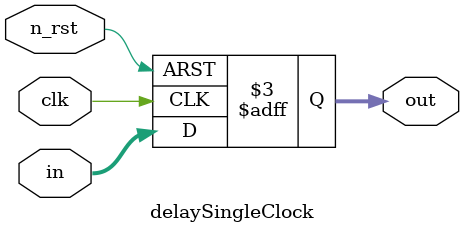
<source format=sv>

module delaySingleClock
(
	input wire clk,
	input wire n_rst,
	input wire [31:0] in,

	output reg [31:0] out
);

always_ff @(posedge clk, negedge n_rst)
begin
	if(n_rst == 1'b0)
	begin
		out <= '0;
	end
	else
	begin
		out <= in;
	end
end

endmodule

</source>
